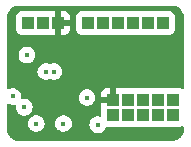
<source format=gbr>
%TF.GenerationSoftware,KiCad,Pcbnew,7.0.9-7.0.9~ubuntu22.04.1*%
%TF.CreationDate,2023-12-31T14:54:58+00:00*%
%TF.ProjectId,IMU_BNO085,494d555f-424e-44f3-9038-352e6b696361,rev?*%
%TF.SameCoordinates,Original*%
%TF.FileFunction,Copper,L2,Inr*%
%TF.FilePolarity,Positive*%
%FSLAX46Y46*%
G04 Gerber Fmt 4.6, Leading zero omitted, Abs format (unit mm)*
G04 Created by KiCad (PCBNEW 7.0.9-7.0.9~ubuntu22.04.1) date 2023-12-31 14:54:58*
%MOMM*%
%LPD*%
G01*
G04 APERTURE LIST*
%TA.AperFunction,ComponentPad*%
%ADD10R,1.000000X1.000000*%
%TD*%
%TA.AperFunction,ViaPad*%
%ADD11C,0.400000*%
%TD*%
G04 APERTURE END LIST*
D10*
%TO.N,unconnected-(J10-Pin_1-Pad1)*%
%TO.C,J10*%
X123215000Y-95500000D03*
%TD*%
%TO.N,GND*%
%TO.C,J19*%
X118995000Y-102000000D03*
%TD*%
%TO.N,unconnected-(J17-Pin_1-Pad1)*%
%TO.C,J17*%
X118135000Y-95500000D03*
%TD*%
%TO.N,unconnected-(J9-Pin_1-Pad1)*%
%TO.C,J9*%
X121535000Y-103270000D03*
%TD*%
%TO.N,unconnected-(J12-Pin_1-Pad1)*%
%TO.C,J12*%
X120265000Y-103270000D03*
%TD*%
%TO.N,unconnected-(J6-Pin_1-Pad1)*%
%TO.C,J6*%
X121535000Y-102000000D03*
%TD*%
%TO.N,unconnected-(J8-Pin_1-Pad1)*%
%TO.C,J8*%
X124075000Y-102000000D03*
%TD*%
%TO.N,unconnected-(J18-Pin_1-Pad1)*%
%TO.C,J18*%
X119405000Y-95500000D03*
%TD*%
%TO.N,unconnected-(J5-Pin_1-Pad1)*%
%TO.C,J5*%
X120265000Y-102000000D03*
%TD*%
%TO.N,+3.3V*%
%TO.C,J1*%
X113055000Y-95500000D03*
%TD*%
%TO.N,GND*%
%TO.C,J4*%
X114325000Y-95500000D03*
%TD*%
%TO.N,unconnected-(J15-Pin_1-Pad1)*%
%TO.C,J15*%
X111785000Y-95500000D03*
%TD*%
%TO.N,unconnected-(J11-Pin_1-Pad1)*%
%TO.C,J11*%
X118995000Y-103270000D03*
%TD*%
%TO.N,unconnected-(J16-Pin_1-Pad1)*%
%TO.C,J16*%
X116865000Y-95500000D03*
%TD*%
%TO.N,unconnected-(J7-Pin_1-Pad1)*%
%TO.C,J7*%
X122805000Y-102000000D03*
%TD*%
%TO.N,unconnected-(J13-Pin_1-Pad1)*%
%TO.C,J13*%
X120675000Y-95500000D03*
%TD*%
%TO.N,/SDA*%
%TO.C,J2*%
X124075000Y-103270000D03*
%TD*%
%TO.N,unconnected-(J14-Pin_1-Pad1)*%
%TO.C,J14*%
X121945000Y-95500000D03*
%TD*%
%TO.N,/SCL*%
%TO.C,J3*%
X122805000Y-103270000D03*
%TD*%
D11*
%TO.N,/PS1*%
X113300000Y-99600000D03*
%TO.N,/PS0*%
X111700000Y-98200000D03*
%TO.N,/I2C_ADD*%
X112500000Y-104000000D03*
%TO.N,/nRESET*%
X111485000Y-102625000D03*
%TO.N,GND*%
X114000000Y-101000000D03*
X114000000Y-102000000D03*
%TO.N,+3.3V*%
X116800000Y-101800000D03*
X114800000Y-104000000D03*
X114000000Y-99600000D03*
X110500000Y-101700000D03*
%TO.N,/SDA*%
X117700000Y-104100000D03*
%TD*%
%TA.AperFunction,Conductor*%
%TO.N,GND*%
G36*
X124002694Y-94010735D02*
G01*
X124161019Y-94024587D01*
X124182297Y-94028338D01*
X124327951Y-94067366D01*
X124348261Y-94074759D01*
X124484915Y-94138482D01*
X124503633Y-94149289D01*
X124627154Y-94235779D01*
X124643712Y-94249673D01*
X124750326Y-94356287D01*
X124764220Y-94372845D01*
X124850710Y-94496366D01*
X124861517Y-94515084D01*
X124925240Y-94651738D01*
X124932633Y-94672049D01*
X124971659Y-94817696D01*
X124975412Y-94838982D01*
X124989264Y-94997300D01*
X124989500Y-95002706D01*
X124989500Y-100941825D01*
X124969815Y-101008864D01*
X124917011Y-101054619D01*
X124847853Y-101064563D01*
X124822167Y-101058007D01*
X124682482Y-101005908D01*
X124682483Y-101005908D01*
X124622883Y-100999501D01*
X124622881Y-100999500D01*
X124622873Y-100999500D01*
X124622864Y-100999500D01*
X123527129Y-100999500D01*
X123527123Y-100999501D01*
X123459804Y-101006738D01*
X123459690Y-101005674D01*
X123420310Y-101005674D01*
X123420196Y-101006738D01*
X123352883Y-100999501D01*
X123352881Y-100999500D01*
X123352873Y-100999500D01*
X123352864Y-100999500D01*
X122257129Y-100999500D01*
X122257123Y-100999501D01*
X122189804Y-101006738D01*
X122189690Y-101005674D01*
X122150310Y-101005674D01*
X122150196Y-101006738D01*
X122082883Y-100999501D01*
X122082881Y-100999500D01*
X122082873Y-100999500D01*
X122082864Y-100999500D01*
X120987129Y-100999500D01*
X120987123Y-100999501D01*
X120919804Y-101006738D01*
X120919690Y-101005674D01*
X120880310Y-101005674D01*
X120880196Y-101006738D01*
X120812883Y-100999501D01*
X120812881Y-100999500D01*
X120812873Y-100999500D01*
X120812864Y-100999500D01*
X119717129Y-100999500D01*
X119717125Y-100999501D01*
X119657510Y-101005909D01*
X119657412Y-101005933D01*
X119657294Y-101005933D01*
X119649806Y-101006738D01*
X119649719Y-101005933D01*
X119610226Y-101005935D01*
X119610087Y-101007231D01*
X119542844Y-101000000D01*
X119245000Y-101000000D01*
X119245000Y-101792327D01*
X119207129Y-101747195D01*
X119107871Y-101689888D01*
X119023436Y-101675000D01*
X118966564Y-101675000D01*
X118882129Y-101689888D01*
X118782871Y-101747195D01*
X118709199Y-101834993D01*
X118670000Y-101942694D01*
X118670000Y-102057306D01*
X118709199Y-102165007D01*
X118780517Y-102250000D01*
X117995000Y-102250000D01*
X117995000Y-102547844D01*
X118002231Y-102615087D01*
X118000935Y-102615226D01*
X118000935Y-102654718D01*
X118001738Y-102654805D01*
X118000935Y-102662273D01*
X118000935Y-102662404D01*
X118000909Y-102662512D01*
X117994501Y-102722116D01*
X117994500Y-102722135D01*
X117994500Y-103292848D01*
X117974815Y-103359887D01*
X117922011Y-103405642D01*
X117852853Y-103415586D01*
X117840827Y-103413245D01*
X117785059Y-103399500D01*
X117785056Y-103399500D01*
X117614944Y-103399500D01*
X117449773Y-103440210D01*
X117299150Y-103519263D01*
X117171816Y-103632072D01*
X117075182Y-103772068D01*
X117014860Y-103931125D01*
X117014859Y-103931130D01*
X116994355Y-104100000D01*
X117014859Y-104268869D01*
X117014860Y-104268874D01*
X117075182Y-104427931D01*
X117123060Y-104497293D01*
X117171817Y-104567929D01*
X117275506Y-104659789D01*
X117299150Y-104680736D01*
X117449773Y-104759789D01*
X117449775Y-104759790D01*
X117614944Y-104800500D01*
X117785056Y-104800500D01*
X117950225Y-104759790D01*
X118029692Y-104718081D01*
X118100849Y-104680736D01*
X118100850Y-104680734D01*
X118100852Y-104680734D01*
X118228183Y-104567929D01*
X118324818Y-104427930D01*
X118354173Y-104350525D01*
X118396347Y-104294826D01*
X118461945Y-104270768D01*
X118470083Y-104270499D01*
X119542872Y-104270499D01*
X119590759Y-104265351D01*
X119610197Y-104263262D01*
X119610311Y-104264330D01*
X119649688Y-104264329D01*
X119649803Y-104263261D01*
X119657514Y-104264089D01*
X119657517Y-104264091D01*
X119717127Y-104270500D01*
X120812872Y-104270499D01*
X120860759Y-104265351D01*
X120880197Y-104263262D01*
X120880311Y-104264330D01*
X120919688Y-104264329D01*
X120919803Y-104263261D01*
X120927514Y-104264089D01*
X120927517Y-104264091D01*
X120987127Y-104270500D01*
X122082872Y-104270499D01*
X122130759Y-104265351D01*
X122150197Y-104263262D01*
X122150311Y-104264330D01*
X122189688Y-104264329D01*
X122189803Y-104263261D01*
X122197514Y-104264089D01*
X122197517Y-104264091D01*
X122257127Y-104270500D01*
X123352872Y-104270499D01*
X123400759Y-104265351D01*
X123420197Y-104263262D01*
X123420311Y-104264330D01*
X123459688Y-104264329D01*
X123459803Y-104263261D01*
X123467514Y-104264089D01*
X123467517Y-104264091D01*
X123527127Y-104270500D01*
X124622872Y-104270499D01*
X124682483Y-104264091D01*
X124817331Y-104213796D01*
X124817331Y-104213795D01*
X124822167Y-104211992D01*
X124891858Y-104207008D01*
X124953181Y-104240493D01*
X124986666Y-104301816D01*
X124989500Y-104328174D01*
X124989500Y-104497293D01*
X124989264Y-104502699D01*
X124975412Y-104661017D01*
X124971659Y-104682303D01*
X124932633Y-104827950D01*
X124925240Y-104848261D01*
X124861517Y-104984915D01*
X124850710Y-105003633D01*
X124764220Y-105127154D01*
X124750326Y-105143712D01*
X124643712Y-105250326D01*
X124627154Y-105264220D01*
X124503633Y-105350710D01*
X124484915Y-105361517D01*
X124348261Y-105425240D01*
X124327950Y-105432633D01*
X124182303Y-105471659D01*
X124161017Y-105475412D01*
X124045988Y-105485476D01*
X124002694Y-105489264D01*
X123997294Y-105489500D01*
X111002706Y-105489500D01*
X110997305Y-105489264D01*
X110948822Y-105485022D01*
X110838982Y-105475412D01*
X110817696Y-105471659D01*
X110672049Y-105432633D01*
X110651738Y-105425240D01*
X110515084Y-105361517D01*
X110496366Y-105350710D01*
X110372845Y-105264220D01*
X110356287Y-105250326D01*
X110249673Y-105143712D01*
X110235779Y-105127154D01*
X110149289Y-105003633D01*
X110138482Y-104984915D01*
X110074759Y-104848261D01*
X110067366Y-104827950D01*
X110060011Y-104800500D01*
X110028338Y-104682297D01*
X110024587Y-104661016D01*
X110017563Y-104580736D01*
X110010735Y-104502695D01*
X110010500Y-104497293D01*
X110010500Y-104000000D01*
X111794355Y-104000000D01*
X111814859Y-104168869D01*
X111814860Y-104168874D01*
X111875182Y-104327931D01*
X111937475Y-104418177D01*
X111971817Y-104467929D01*
X112077505Y-104561560D01*
X112099150Y-104580736D01*
X112249773Y-104659789D01*
X112249775Y-104659790D01*
X112414944Y-104700500D01*
X112585056Y-104700500D01*
X112750225Y-104659790D01*
X112829692Y-104618081D01*
X112900849Y-104580736D01*
X112900850Y-104580734D01*
X112900852Y-104580734D01*
X113028183Y-104467929D01*
X113124818Y-104327930D01*
X113185140Y-104168872D01*
X113205645Y-104000000D01*
X114094355Y-104000000D01*
X114114859Y-104168869D01*
X114114860Y-104168874D01*
X114175182Y-104327931D01*
X114237475Y-104418177D01*
X114271817Y-104467929D01*
X114377505Y-104561560D01*
X114399150Y-104580736D01*
X114549773Y-104659789D01*
X114549775Y-104659790D01*
X114714944Y-104700500D01*
X114885056Y-104700500D01*
X115050225Y-104659790D01*
X115129692Y-104618081D01*
X115200849Y-104580736D01*
X115200850Y-104580734D01*
X115200852Y-104580734D01*
X115328183Y-104467929D01*
X115424818Y-104327930D01*
X115485140Y-104168872D01*
X115505645Y-104000000D01*
X115485140Y-103831128D01*
X115424818Y-103672070D01*
X115397208Y-103632071D01*
X115390476Y-103622318D01*
X115328183Y-103532071D01*
X115200852Y-103419266D01*
X115200849Y-103419263D01*
X115050226Y-103340210D01*
X114885056Y-103299500D01*
X114714944Y-103299500D01*
X114549773Y-103340210D01*
X114399150Y-103419263D01*
X114271816Y-103532072D01*
X114175182Y-103672068D01*
X114114860Y-103831125D01*
X114114859Y-103831130D01*
X114094355Y-104000000D01*
X113205645Y-104000000D01*
X113185140Y-103831128D01*
X113124818Y-103672070D01*
X113097208Y-103632071D01*
X113090476Y-103622318D01*
X113028183Y-103532071D01*
X112900852Y-103419266D01*
X112900849Y-103419263D01*
X112750226Y-103340210D01*
X112585056Y-103299500D01*
X112414944Y-103299500D01*
X112249773Y-103340210D01*
X112099150Y-103419263D01*
X111971816Y-103532072D01*
X111875182Y-103672068D01*
X111814860Y-103831125D01*
X111814859Y-103831130D01*
X111794355Y-104000000D01*
X110010500Y-104000000D01*
X110010500Y-102439329D01*
X110030185Y-102372290D01*
X110082989Y-102326535D01*
X110152147Y-102316591D01*
X110192123Y-102329531D01*
X110249775Y-102359790D01*
X110414944Y-102400500D01*
X110585056Y-102400500D01*
X110639024Y-102387198D01*
X110708826Y-102390267D01*
X110765888Y-102430587D01*
X110792094Y-102495356D01*
X110791795Y-102522541D01*
X110779355Y-102624999D01*
X110799859Y-102793869D01*
X110799860Y-102793874D01*
X110860182Y-102952931D01*
X110922475Y-103043177D01*
X110956817Y-103092929D01*
X111062505Y-103186560D01*
X111084150Y-103205736D01*
X111234773Y-103284789D01*
X111234775Y-103284790D01*
X111399944Y-103325500D01*
X111570056Y-103325500D01*
X111735225Y-103284790D01*
X111814692Y-103243081D01*
X111885849Y-103205736D01*
X111885850Y-103205734D01*
X111885852Y-103205734D01*
X112013183Y-103092929D01*
X112109818Y-102952930D01*
X112170140Y-102793872D01*
X112190645Y-102625000D01*
X112170140Y-102456128D01*
X112109818Y-102297070D01*
X112090788Y-102269501D01*
X112069593Y-102238794D01*
X112013183Y-102157071D01*
X111885852Y-102044266D01*
X111885849Y-102044263D01*
X111735226Y-101965210D01*
X111570056Y-101924500D01*
X111399944Y-101924500D01*
X111345975Y-101937802D01*
X111276172Y-101934733D01*
X111219110Y-101894413D01*
X111192905Y-101829643D01*
X111193204Y-101802458D01*
X111193502Y-101800000D01*
X116094355Y-101800000D01*
X116114859Y-101968869D01*
X116114860Y-101968874D01*
X116175182Y-102127931D01*
X116237475Y-102218177D01*
X116271817Y-102267929D01*
X116337970Y-102326535D01*
X116399150Y-102380736D01*
X116549773Y-102459789D01*
X116549775Y-102459790D01*
X116714944Y-102500500D01*
X116885056Y-102500500D01*
X117050225Y-102459790D01*
X117140415Y-102412454D01*
X117200849Y-102380736D01*
X117200850Y-102380734D01*
X117200852Y-102380734D01*
X117328183Y-102267929D01*
X117424818Y-102127930D01*
X117485140Y-101968872D01*
X117505645Y-101800000D01*
X117499574Y-101750000D01*
X117995000Y-101750000D01*
X118745000Y-101750000D01*
X118745000Y-101000000D01*
X118447155Y-101000000D01*
X118387627Y-101006401D01*
X118387620Y-101006403D01*
X118252913Y-101056645D01*
X118252906Y-101056649D01*
X118137812Y-101142809D01*
X118137809Y-101142812D01*
X118051649Y-101257906D01*
X118051645Y-101257913D01*
X118001403Y-101392620D01*
X118001401Y-101392627D01*
X117995000Y-101452155D01*
X117995000Y-101750000D01*
X117499574Y-101750000D01*
X117485140Y-101631128D01*
X117424818Y-101472070D01*
X117328183Y-101332071D01*
X117200852Y-101219266D01*
X117200849Y-101219263D01*
X117050226Y-101140210D01*
X116885056Y-101099500D01*
X116714944Y-101099500D01*
X116549773Y-101140210D01*
X116399150Y-101219263D01*
X116271816Y-101332072D01*
X116175182Y-101472068D01*
X116114860Y-101631125D01*
X116114859Y-101631130D01*
X116094355Y-101800000D01*
X111193502Y-101800000D01*
X111205645Y-101700000D01*
X111185140Y-101531128D01*
X111124818Y-101372070D01*
X111097208Y-101332071D01*
X111090476Y-101322318D01*
X111028183Y-101232071D01*
X110900852Y-101119266D01*
X110900849Y-101119263D01*
X110750226Y-101040210D01*
X110585056Y-100999500D01*
X110414944Y-100999500D01*
X110249776Y-101040209D01*
X110192126Y-101070467D01*
X110123617Y-101084192D01*
X110058564Y-101058699D01*
X110017620Y-101002083D01*
X110010500Y-100960670D01*
X110010500Y-99600000D01*
X112594355Y-99600000D01*
X112614859Y-99768869D01*
X112614860Y-99768874D01*
X112675182Y-99927931D01*
X112737475Y-100018177D01*
X112771817Y-100067929D01*
X112877505Y-100161560D01*
X112899150Y-100180736D01*
X113049773Y-100259789D01*
X113049775Y-100259790D01*
X113214944Y-100300500D01*
X113385056Y-100300500D01*
X113550225Y-100259790D01*
X113592374Y-100237667D01*
X113660881Y-100223942D01*
X113707624Y-100237667D01*
X113749775Y-100259790D01*
X113914944Y-100300500D01*
X114085056Y-100300500D01*
X114250225Y-100259790D01*
X114350001Y-100207423D01*
X114400849Y-100180736D01*
X114400850Y-100180734D01*
X114400852Y-100180734D01*
X114528183Y-100067929D01*
X114624818Y-99927930D01*
X114685140Y-99768872D01*
X114705645Y-99600000D01*
X114685140Y-99431128D01*
X114624818Y-99272070D01*
X114528183Y-99132071D01*
X114400852Y-99019266D01*
X114400849Y-99019263D01*
X114250226Y-98940210D01*
X114085056Y-98899500D01*
X113914944Y-98899500D01*
X113749776Y-98940209D01*
X113707625Y-98962332D01*
X113639116Y-98976056D01*
X113592375Y-98962332D01*
X113550223Y-98940209D01*
X113385056Y-98899500D01*
X113214944Y-98899500D01*
X113049773Y-98940210D01*
X112899150Y-99019263D01*
X112771816Y-99132072D01*
X112675182Y-99272068D01*
X112614860Y-99431125D01*
X112614859Y-99431130D01*
X112594355Y-99600000D01*
X110010500Y-99600000D01*
X110010500Y-98200000D01*
X110994355Y-98200000D01*
X111014859Y-98368869D01*
X111014860Y-98368874D01*
X111075182Y-98527931D01*
X111137475Y-98618177D01*
X111171817Y-98667929D01*
X111277505Y-98761560D01*
X111299150Y-98780736D01*
X111449773Y-98859789D01*
X111449775Y-98859790D01*
X111614944Y-98900500D01*
X111785056Y-98900500D01*
X111950225Y-98859790D01*
X112029692Y-98818081D01*
X112100849Y-98780736D01*
X112100850Y-98780734D01*
X112100852Y-98780734D01*
X112228183Y-98667929D01*
X112324818Y-98527930D01*
X112385140Y-98368872D01*
X112405645Y-98200000D01*
X112385140Y-98031128D01*
X112324818Y-97872070D01*
X112228183Y-97732071D01*
X112100852Y-97619266D01*
X112100849Y-97619263D01*
X111950226Y-97540210D01*
X111785056Y-97499500D01*
X111614944Y-97499500D01*
X111449773Y-97540210D01*
X111299150Y-97619263D01*
X111171816Y-97732072D01*
X111075182Y-97872068D01*
X111014860Y-98031125D01*
X111014859Y-98031130D01*
X110994355Y-98200000D01*
X110010500Y-98200000D01*
X110010500Y-96047870D01*
X110784500Y-96047870D01*
X110784501Y-96047876D01*
X110790908Y-96107483D01*
X110841202Y-96242328D01*
X110841206Y-96242335D01*
X110927452Y-96357544D01*
X110927455Y-96357547D01*
X111042664Y-96443793D01*
X111042671Y-96443797D01*
X111177517Y-96494091D01*
X111177516Y-96494091D01*
X111184444Y-96494835D01*
X111237127Y-96500500D01*
X112332872Y-96500499D01*
X112380759Y-96495351D01*
X112400197Y-96493262D01*
X112400311Y-96494330D01*
X112439688Y-96494329D01*
X112439803Y-96493261D01*
X112447514Y-96494089D01*
X112447517Y-96494091D01*
X112507127Y-96500500D01*
X113602872Y-96500499D01*
X113662483Y-96494091D01*
X113662490Y-96494088D01*
X113662566Y-96494071D01*
X113662671Y-96494070D01*
X113670197Y-96493262D01*
X113670283Y-96494070D01*
X113709772Y-96494069D01*
X113709912Y-96492769D01*
X113777155Y-96499999D01*
X113777172Y-96500000D01*
X114075000Y-96500000D01*
X114075000Y-95707672D01*
X114112871Y-95752805D01*
X114212129Y-95810112D01*
X114296564Y-95825000D01*
X114353436Y-95825000D01*
X114437871Y-95810112D01*
X114537129Y-95752805D01*
X114539483Y-95750000D01*
X114575000Y-95750000D01*
X114575000Y-96500000D01*
X114872828Y-96500000D01*
X114872844Y-96499999D01*
X114932372Y-96493598D01*
X114932379Y-96493596D01*
X115067086Y-96443354D01*
X115067093Y-96443350D01*
X115182187Y-96357190D01*
X115182190Y-96357187D01*
X115268350Y-96242093D01*
X115268354Y-96242086D01*
X115318596Y-96107379D01*
X115318598Y-96107372D01*
X115324996Y-96047870D01*
X115864500Y-96047870D01*
X115864501Y-96047876D01*
X115870908Y-96107483D01*
X115921202Y-96242328D01*
X115921206Y-96242335D01*
X116007452Y-96357544D01*
X116007455Y-96357547D01*
X116122664Y-96443793D01*
X116122671Y-96443797D01*
X116257517Y-96494091D01*
X116257516Y-96494091D01*
X116264444Y-96494835D01*
X116317127Y-96500500D01*
X117412872Y-96500499D01*
X117460759Y-96495351D01*
X117480197Y-96493262D01*
X117480311Y-96494330D01*
X117519688Y-96494329D01*
X117519803Y-96493261D01*
X117527514Y-96494089D01*
X117527517Y-96494091D01*
X117587127Y-96500500D01*
X118682872Y-96500499D01*
X118730759Y-96495351D01*
X118750197Y-96493262D01*
X118750311Y-96494330D01*
X118789688Y-96494329D01*
X118789803Y-96493261D01*
X118797514Y-96494089D01*
X118797517Y-96494091D01*
X118857127Y-96500500D01*
X119952872Y-96500499D01*
X120000759Y-96495351D01*
X120020197Y-96493262D01*
X120020311Y-96494330D01*
X120059688Y-96494329D01*
X120059803Y-96493261D01*
X120067514Y-96494089D01*
X120067517Y-96494091D01*
X120127127Y-96500500D01*
X121222872Y-96500499D01*
X121270759Y-96495351D01*
X121290197Y-96493262D01*
X121290311Y-96494330D01*
X121329688Y-96494329D01*
X121329803Y-96493261D01*
X121337514Y-96494089D01*
X121337517Y-96494091D01*
X121397127Y-96500500D01*
X122492872Y-96500499D01*
X122540759Y-96495351D01*
X122560197Y-96493262D01*
X122560311Y-96494330D01*
X122599688Y-96494329D01*
X122599803Y-96493261D01*
X122607514Y-96494089D01*
X122607517Y-96494091D01*
X122667127Y-96500500D01*
X123762872Y-96500499D01*
X123822483Y-96494091D01*
X123957331Y-96443796D01*
X124072546Y-96357546D01*
X124158796Y-96242331D01*
X124209091Y-96107483D01*
X124215500Y-96047873D01*
X124215499Y-94952128D01*
X124209091Y-94892517D01*
X124158884Y-94757906D01*
X124158797Y-94757671D01*
X124158793Y-94757664D01*
X124072547Y-94642455D01*
X124072544Y-94642452D01*
X123957335Y-94556206D01*
X123957328Y-94556202D01*
X123822482Y-94505908D01*
X123822483Y-94505908D01*
X123762883Y-94499501D01*
X123762881Y-94499500D01*
X123762873Y-94499500D01*
X123762864Y-94499500D01*
X122667129Y-94499500D01*
X122667123Y-94499501D01*
X122599804Y-94506738D01*
X122599690Y-94505674D01*
X122560310Y-94505674D01*
X122560196Y-94506738D01*
X122492883Y-94499501D01*
X122492881Y-94499500D01*
X122492873Y-94499500D01*
X122492864Y-94499500D01*
X121397129Y-94499500D01*
X121397123Y-94499501D01*
X121329804Y-94506738D01*
X121329690Y-94505674D01*
X121290310Y-94505674D01*
X121290196Y-94506738D01*
X121222883Y-94499501D01*
X121222881Y-94499500D01*
X121222873Y-94499500D01*
X121222864Y-94499500D01*
X120127129Y-94499500D01*
X120127123Y-94499501D01*
X120059804Y-94506738D01*
X120059690Y-94505674D01*
X120020310Y-94505674D01*
X120020196Y-94506738D01*
X119952883Y-94499501D01*
X119952881Y-94499500D01*
X119952873Y-94499500D01*
X119952864Y-94499500D01*
X118857129Y-94499500D01*
X118857123Y-94499501D01*
X118789804Y-94506738D01*
X118789690Y-94505674D01*
X118750310Y-94505674D01*
X118750196Y-94506738D01*
X118682883Y-94499501D01*
X118682881Y-94499500D01*
X118682873Y-94499500D01*
X118682864Y-94499500D01*
X117587129Y-94499500D01*
X117587123Y-94499501D01*
X117519804Y-94506738D01*
X117519690Y-94505674D01*
X117480310Y-94505674D01*
X117480196Y-94506738D01*
X117412883Y-94499501D01*
X117412881Y-94499500D01*
X117412873Y-94499500D01*
X117412864Y-94499500D01*
X116317129Y-94499500D01*
X116317123Y-94499501D01*
X116257516Y-94505908D01*
X116122671Y-94556202D01*
X116122664Y-94556206D01*
X116007455Y-94642452D01*
X116007452Y-94642455D01*
X115921206Y-94757664D01*
X115921202Y-94757671D01*
X115870908Y-94892517D01*
X115864501Y-94952116D01*
X115864501Y-94952123D01*
X115864500Y-94952135D01*
X115864500Y-96047870D01*
X115324996Y-96047870D01*
X115324999Y-96047844D01*
X115325000Y-96047827D01*
X115325000Y-95750000D01*
X114575000Y-95750000D01*
X114539483Y-95750000D01*
X114610801Y-95665007D01*
X114650000Y-95557306D01*
X114650000Y-95442694D01*
X114610801Y-95334993D01*
X114537129Y-95247195D01*
X114437871Y-95189888D01*
X114353436Y-95175000D01*
X114296564Y-95175000D01*
X114212129Y-95189888D01*
X114112871Y-95247195D01*
X114075000Y-95292327D01*
X114075000Y-94500000D01*
X114575000Y-94500000D01*
X114575000Y-95250000D01*
X115325000Y-95250000D01*
X115325000Y-94952172D01*
X115324999Y-94952155D01*
X115318598Y-94892627D01*
X115318596Y-94892620D01*
X115268354Y-94757913D01*
X115268350Y-94757906D01*
X115182190Y-94642812D01*
X115182187Y-94642809D01*
X115067093Y-94556649D01*
X115067086Y-94556645D01*
X114932379Y-94506403D01*
X114932372Y-94506401D01*
X114872844Y-94500000D01*
X114575000Y-94500000D01*
X114075000Y-94500000D01*
X113777157Y-94500000D01*
X113709915Y-94507231D01*
X113709775Y-94505936D01*
X113670281Y-94505935D01*
X113670195Y-94506738D01*
X113662726Y-94505935D01*
X113662596Y-94505935D01*
X113662487Y-94505909D01*
X113602883Y-94499501D01*
X113602881Y-94499500D01*
X113602873Y-94499500D01*
X113602864Y-94499500D01*
X112507129Y-94499500D01*
X112507123Y-94499501D01*
X112439804Y-94506738D01*
X112439690Y-94505674D01*
X112400310Y-94505674D01*
X112400196Y-94506738D01*
X112332883Y-94499501D01*
X112332881Y-94499500D01*
X112332873Y-94499500D01*
X112332864Y-94499500D01*
X111237129Y-94499500D01*
X111237123Y-94499501D01*
X111177516Y-94505908D01*
X111042671Y-94556202D01*
X111042664Y-94556206D01*
X110927455Y-94642452D01*
X110927452Y-94642455D01*
X110841206Y-94757664D01*
X110841202Y-94757671D01*
X110790908Y-94892517D01*
X110784501Y-94952116D01*
X110784501Y-94952123D01*
X110784500Y-94952135D01*
X110784500Y-96047870D01*
X110010500Y-96047870D01*
X110010500Y-95002706D01*
X110010736Y-94997300D01*
X110014686Y-94952155D01*
X110024587Y-94838978D01*
X110028338Y-94817704D01*
X110067367Y-94672044D01*
X110074759Y-94651738D01*
X110138483Y-94515081D01*
X110149289Y-94496366D01*
X110235779Y-94372845D01*
X110249667Y-94356293D01*
X110356293Y-94249667D01*
X110372845Y-94235779D01*
X110496366Y-94149289D01*
X110515081Y-94138483D01*
X110651740Y-94074758D01*
X110672044Y-94067367D01*
X110817704Y-94028338D01*
X110838978Y-94024587D01*
X110997305Y-94010735D01*
X111002706Y-94010500D01*
X111003412Y-94010500D01*
X123996588Y-94010500D01*
X123997294Y-94010500D01*
X124002694Y-94010735D01*
G37*
%TD.AperFunction*%
%TD*%
M02*

</source>
